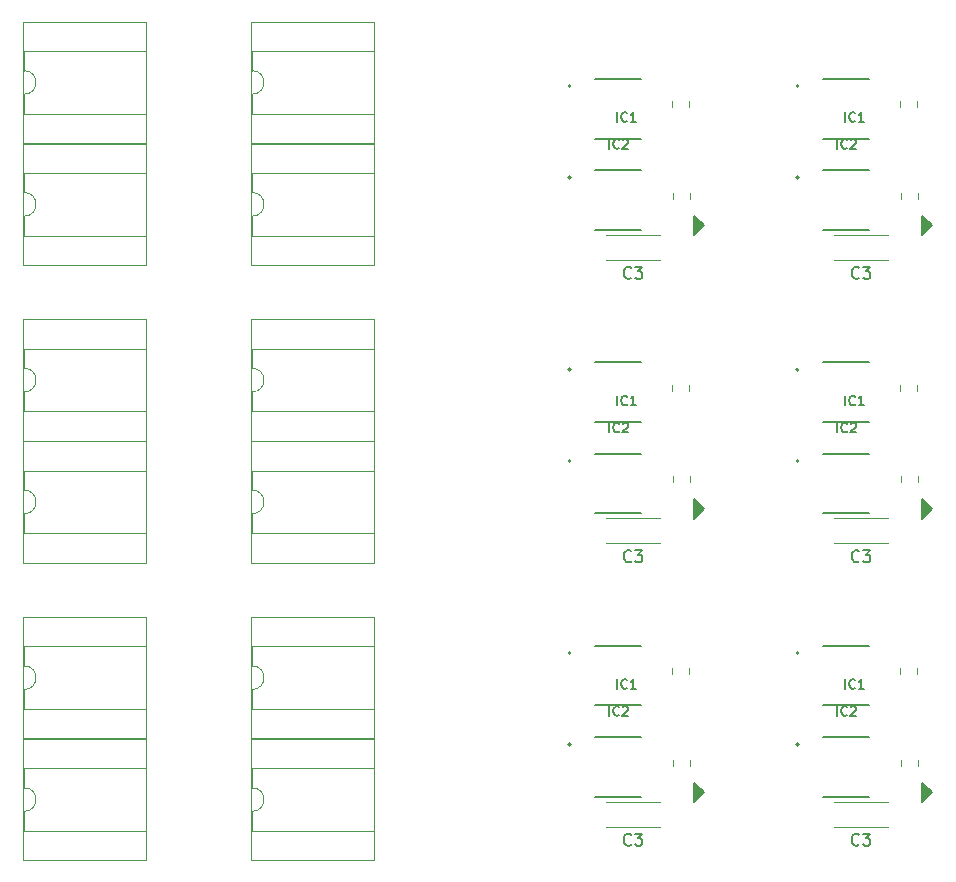
<source format=gbr>
%TF.GenerationSoftware,KiCad,Pcbnew,8.0.4*%
%TF.CreationDate,2024-09-16T10:23:00-03:00*%
%TF.ProjectId,drivers_panelized,64726976-6572-4735-9f70-616e656c697a,rev?*%
%TF.SameCoordinates,Original*%
%TF.FileFunction,Legend,Top*%
%TF.FilePolarity,Positive*%
%FSLAX46Y46*%
G04 Gerber Fmt 4.6, Leading zero omitted, Abs format (unit mm)*
G04 Created by KiCad (PCBNEW 8.0.4) date 2024-09-16 10:23:00*
%MOMM*%
%LPD*%
G01*
G04 APERTURE LIST*
%ADD10C,0.200000*%
%ADD11C,0.150000*%
%ADD12C,0.127000*%
%ADD13C,0.120000*%
G04 APERTURE END LIST*
D10*
X162225000Y-100116667D02*
X161400000Y-100941667D01*
X161400000Y-99291667D01*
X162225000Y-100116667D01*
G36*
X162225000Y-100116667D02*
G01*
X161400000Y-100941667D01*
X161400000Y-99291667D01*
X162225000Y-100116667D01*
G37*
X181525000Y-76116667D02*
X180700000Y-76941667D01*
X180700000Y-75291667D01*
X181525000Y-76116667D01*
G36*
X181525000Y-76116667D02*
G01*
X180700000Y-76941667D01*
X180700000Y-75291667D01*
X181525000Y-76116667D01*
G37*
X181525000Y-124116667D02*
X180700000Y-124941667D01*
X180700000Y-123291667D01*
X181525000Y-124116667D01*
G36*
X181525000Y-124116667D02*
G01*
X180700000Y-124941667D01*
X180700000Y-123291667D01*
X181525000Y-124116667D01*
G37*
X162225000Y-76116667D02*
X161400000Y-76941667D01*
X161400000Y-75291667D01*
X162225000Y-76116667D01*
G36*
X162225000Y-76116667D02*
G01*
X161400000Y-76941667D01*
X161400000Y-75291667D01*
X162225000Y-76116667D01*
G37*
X162225000Y-124116667D02*
X161400000Y-124941667D01*
X161400000Y-123291667D01*
X162225000Y-124116667D01*
G36*
X162225000Y-124116667D02*
G01*
X161400000Y-124941667D01*
X161400000Y-123291667D01*
X162225000Y-124116667D01*
G37*
X181525000Y-100116667D02*
X180700000Y-100941667D01*
X180700000Y-99291667D01*
X181525000Y-100116667D01*
G36*
X181525000Y-100116667D02*
G01*
X180700000Y-100941667D01*
X180700000Y-99291667D01*
X181525000Y-100116667D01*
G37*
D11*
X174171345Y-67323134D02*
X174171345Y-66535732D01*
X174996242Y-67248143D02*
X174958747Y-67285639D01*
X174958747Y-67285639D02*
X174846261Y-67323134D01*
X174846261Y-67323134D02*
X174771270Y-67323134D01*
X174771270Y-67323134D02*
X174658784Y-67285639D01*
X174658784Y-67285639D02*
X174583794Y-67210648D01*
X174583794Y-67210648D02*
X174546298Y-67135657D01*
X174546298Y-67135657D02*
X174508803Y-66985676D01*
X174508803Y-66985676D02*
X174508803Y-66873190D01*
X174508803Y-66873190D02*
X174546298Y-66723209D01*
X174546298Y-66723209D02*
X174583794Y-66648218D01*
X174583794Y-66648218D02*
X174658784Y-66573227D01*
X174658784Y-66573227D02*
X174771270Y-66535732D01*
X174771270Y-66535732D02*
X174846261Y-66535732D01*
X174846261Y-66535732D02*
X174958747Y-66573227D01*
X174958747Y-66573227D02*
X174996242Y-66610723D01*
X175746149Y-67323134D02*
X175296205Y-67323134D01*
X175521177Y-67323134D02*
X175521177Y-66535732D01*
X175521177Y-66535732D02*
X175446186Y-66648218D01*
X175446186Y-66648218D02*
X175371196Y-66723209D01*
X175371196Y-66723209D02*
X175296205Y-66760704D01*
X156033333Y-80526247D02*
X155985714Y-80573867D01*
X155985714Y-80573867D02*
X155842857Y-80621486D01*
X155842857Y-80621486D02*
X155747619Y-80621486D01*
X155747619Y-80621486D02*
X155604762Y-80573867D01*
X155604762Y-80573867D02*
X155509524Y-80478628D01*
X155509524Y-80478628D02*
X155461905Y-80383390D01*
X155461905Y-80383390D02*
X155414286Y-80192914D01*
X155414286Y-80192914D02*
X155414286Y-80050057D01*
X155414286Y-80050057D02*
X155461905Y-79859581D01*
X155461905Y-79859581D02*
X155509524Y-79764343D01*
X155509524Y-79764343D02*
X155604762Y-79669105D01*
X155604762Y-79669105D02*
X155747619Y-79621486D01*
X155747619Y-79621486D02*
X155842857Y-79621486D01*
X155842857Y-79621486D02*
X155985714Y-79669105D01*
X155985714Y-79669105D02*
X156033333Y-79716724D01*
X156366667Y-79621486D02*
X156985714Y-79621486D01*
X156985714Y-79621486D02*
X156652381Y-80002438D01*
X156652381Y-80002438D02*
X156795238Y-80002438D01*
X156795238Y-80002438D02*
X156890476Y-80050057D01*
X156890476Y-80050057D02*
X156938095Y-80097676D01*
X156938095Y-80097676D02*
X156985714Y-80192914D01*
X156985714Y-80192914D02*
X156985714Y-80431009D01*
X156985714Y-80431009D02*
X156938095Y-80526247D01*
X156938095Y-80526247D02*
X156890476Y-80573867D01*
X156890476Y-80573867D02*
X156795238Y-80621486D01*
X156795238Y-80621486D02*
X156509524Y-80621486D01*
X156509524Y-80621486D02*
X156414286Y-80573867D01*
X156414286Y-80573867D02*
X156366667Y-80526247D01*
X175333333Y-104526247D02*
X175285714Y-104573867D01*
X175285714Y-104573867D02*
X175142857Y-104621486D01*
X175142857Y-104621486D02*
X175047619Y-104621486D01*
X175047619Y-104621486D02*
X174904762Y-104573867D01*
X174904762Y-104573867D02*
X174809524Y-104478628D01*
X174809524Y-104478628D02*
X174761905Y-104383390D01*
X174761905Y-104383390D02*
X174714286Y-104192914D01*
X174714286Y-104192914D02*
X174714286Y-104050057D01*
X174714286Y-104050057D02*
X174761905Y-103859581D01*
X174761905Y-103859581D02*
X174809524Y-103764343D01*
X174809524Y-103764343D02*
X174904762Y-103669105D01*
X174904762Y-103669105D02*
X175047619Y-103621486D01*
X175047619Y-103621486D02*
X175142857Y-103621486D01*
X175142857Y-103621486D02*
X175285714Y-103669105D01*
X175285714Y-103669105D02*
X175333333Y-103716724D01*
X175666667Y-103621486D02*
X176285714Y-103621486D01*
X176285714Y-103621486D02*
X175952381Y-104002438D01*
X175952381Y-104002438D02*
X176095238Y-104002438D01*
X176095238Y-104002438D02*
X176190476Y-104050057D01*
X176190476Y-104050057D02*
X176238095Y-104097676D01*
X176238095Y-104097676D02*
X176285714Y-104192914D01*
X176285714Y-104192914D02*
X176285714Y-104431009D01*
X176285714Y-104431009D02*
X176238095Y-104526247D01*
X176238095Y-104526247D02*
X176190476Y-104573867D01*
X176190476Y-104573867D02*
X176095238Y-104621486D01*
X176095238Y-104621486D02*
X175809524Y-104621486D01*
X175809524Y-104621486D02*
X175714286Y-104573867D01*
X175714286Y-104573867D02*
X175666667Y-104526247D01*
X154871345Y-67323134D02*
X154871345Y-66535732D01*
X155696242Y-67248143D02*
X155658747Y-67285639D01*
X155658747Y-67285639D02*
X155546261Y-67323134D01*
X155546261Y-67323134D02*
X155471270Y-67323134D01*
X155471270Y-67323134D02*
X155358784Y-67285639D01*
X155358784Y-67285639D02*
X155283794Y-67210648D01*
X155283794Y-67210648D02*
X155246298Y-67135657D01*
X155246298Y-67135657D02*
X155208803Y-66985676D01*
X155208803Y-66985676D02*
X155208803Y-66873190D01*
X155208803Y-66873190D02*
X155246298Y-66723209D01*
X155246298Y-66723209D02*
X155283794Y-66648218D01*
X155283794Y-66648218D02*
X155358784Y-66573227D01*
X155358784Y-66573227D02*
X155471270Y-66535732D01*
X155471270Y-66535732D02*
X155546261Y-66535732D01*
X155546261Y-66535732D02*
X155658747Y-66573227D01*
X155658747Y-66573227D02*
X155696242Y-66610723D01*
X156446149Y-67323134D02*
X155996205Y-67323134D01*
X156221177Y-67323134D02*
X156221177Y-66535732D01*
X156221177Y-66535732D02*
X156146186Y-66648218D01*
X156146186Y-66648218D02*
X156071196Y-66723209D01*
X156071196Y-66723209D02*
X155996205Y-66760704D01*
X174171345Y-91323134D02*
X174171345Y-90535732D01*
X174996242Y-91248143D02*
X174958747Y-91285639D01*
X174958747Y-91285639D02*
X174846261Y-91323134D01*
X174846261Y-91323134D02*
X174771270Y-91323134D01*
X174771270Y-91323134D02*
X174658784Y-91285639D01*
X174658784Y-91285639D02*
X174583794Y-91210648D01*
X174583794Y-91210648D02*
X174546298Y-91135657D01*
X174546298Y-91135657D02*
X174508803Y-90985676D01*
X174508803Y-90985676D02*
X174508803Y-90873190D01*
X174508803Y-90873190D02*
X174546298Y-90723209D01*
X174546298Y-90723209D02*
X174583794Y-90648218D01*
X174583794Y-90648218D02*
X174658784Y-90573227D01*
X174658784Y-90573227D02*
X174771270Y-90535732D01*
X174771270Y-90535732D02*
X174846261Y-90535732D01*
X174846261Y-90535732D02*
X174958747Y-90573227D01*
X174958747Y-90573227D02*
X174996242Y-90610723D01*
X175746149Y-91323134D02*
X175296205Y-91323134D01*
X175521177Y-91323134D02*
X175521177Y-90535732D01*
X175521177Y-90535732D02*
X175446186Y-90648218D01*
X175446186Y-90648218D02*
X175371196Y-90723209D01*
X175371196Y-90723209D02*
X175296205Y-90760704D01*
X173501345Y-117613134D02*
X173501345Y-116825732D01*
X174326242Y-117538143D02*
X174288747Y-117575639D01*
X174288747Y-117575639D02*
X174176261Y-117613134D01*
X174176261Y-117613134D02*
X174101270Y-117613134D01*
X174101270Y-117613134D02*
X173988784Y-117575639D01*
X173988784Y-117575639D02*
X173913794Y-117500648D01*
X173913794Y-117500648D02*
X173876298Y-117425657D01*
X173876298Y-117425657D02*
X173838803Y-117275676D01*
X173838803Y-117275676D02*
X173838803Y-117163190D01*
X173838803Y-117163190D02*
X173876298Y-117013209D01*
X173876298Y-117013209D02*
X173913794Y-116938218D01*
X173913794Y-116938218D02*
X173988784Y-116863227D01*
X173988784Y-116863227D02*
X174101270Y-116825732D01*
X174101270Y-116825732D02*
X174176261Y-116825732D01*
X174176261Y-116825732D02*
X174288747Y-116863227D01*
X174288747Y-116863227D02*
X174326242Y-116900723D01*
X174626205Y-116900723D02*
X174663700Y-116863227D01*
X174663700Y-116863227D02*
X174738691Y-116825732D01*
X174738691Y-116825732D02*
X174926168Y-116825732D01*
X174926168Y-116825732D02*
X175001158Y-116863227D01*
X175001158Y-116863227D02*
X175038654Y-116900723D01*
X175038654Y-116900723D02*
X175076149Y-116975713D01*
X175076149Y-116975713D02*
X175076149Y-117050704D01*
X175076149Y-117050704D02*
X175038654Y-117163190D01*
X175038654Y-117163190D02*
X174588710Y-117613134D01*
X174588710Y-117613134D02*
X175076149Y-117613134D01*
X175333333Y-80526247D02*
X175285714Y-80573867D01*
X175285714Y-80573867D02*
X175142857Y-80621486D01*
X175142857Y-80621486D02*
X175047619Y-80621486D01*
X175047619Y-80621486D02*
X174904762Y-80573867D01*
X174904762Y-80573867D02*
X174809524Y-80478628D01*
X174809524Y-80478628D02*
X174761905Y-80383390D01*
X174761905Y-80383390D02*
X174714286Y-80192914D01*
X174714286Y-80192914D02*
X174714286Y-80050057D01*
X174714286Y-80050057D02*
X174761905Y-79859581D01*
X174761905Y-79859581D02*
X174809524Y-79764343D01*
X174809524Y-79764343D02*
X174904762Y-79669105D01*
X174904762Y-79669105D02*
X175047619Y-79621486D01*
X175047619Y-79621486D02*
X175142857Y-79621486D01*
X175142857Y-79621486D02*
X175285714Y-79669105D01*
X175285714Y-79669105D02*
X175333333Y-79716724D01*
X175666667Y-79621486D02*
X176285714Y-79621486D01*
X176285714Y-79621486D02*
X175952381Y-80002438D01*
X175952381Y-80002438D02*
X176095238Y-80002438D01*
X176095238Y-80002438D02*
X176190476Y-80050057D01*
X176190476Y-80050057D02*
X176238095Y-80097676D01*
X176238095Y-80097676D02*
X176285714Y-80192914D01*
X176285714Y-80192914D02*
X176285714Y-80431009D01*
X176285714Y-80431009D02*
X176238095Y-80526247D01*
X176238095Y-80526247D02*
X176190476Y-80573867D01*
X176190476Y-80573867D02*
X176095238Y-80621486D01*
X176095238Y-80621486D02*
X175809524Y-80621486D01*
X175809524Y-80621486D02*
X175714286Y-80573867D01*
X175714286Y-80573867D02*
X175666667Y-80526247D01*
X156033333Y-128526247D02*
X155985714Y-128573867D01*
X155985714Y-128573867D02*
X155842857Y-128621486D01*
X155842857Y-128621486D02*
X155747619Y-128621486D01*
X155747619Y-128621486D02*
X155604762Y-128573867D01*
X155604762Y-128573867D02*
X155509524Y-128478628D01*
X155509524Y-128478628D02*
X155461905Y-128383390D01*
X155461905Y-128383390D02*
X155414286Y-128192914D01*
X155414286Y-128192914D02*
X155414286Y-128050057D01*
X155414286Y-128050057D02*
X155461905Y-127859581D01*
X155461905Y-127859581D02*
X155509524Y-127764343D01*
X155509524Y-127764343D02*
X155604762Y-127669105D01*
X155604762Y-127669105D02*
X155747619Y-127621486D01*
X155747619Y-127621486D02*
X155842857Y-127621486D01*
X155842857Y-127621486D02*
X155985714Y-127669105D01*
X155985714Y-127669105D02*
X156033333Y-127716724D01*
X156366667Y-127621486D02*
X156985714Y-127621486D01*
X156985714Y-127621486D02*
X156652381Y-128002438D01*
X156652381Y-128002438D02*
X156795238Y-128002438D01*
X156795238Y-128002438D02*
X156890476Y-128050057D01*
X156890476Y-128050057D02*
X156938095Y-128097676D01*
X156938095Y-128097676D02*
X156985714Y-128192914D01*
X156985714Y-128192914D02*
X156985714Y-128431009D01*
X156985714Y-128431009D02*
X156938095Y-128526247D01*
X156938095Y-128526247D02*
X156890476Y-128573867D01*
X156890476Y-128573867D02*
X156795238Y-128621486D01*
X156795238Y-128621486D02*
X156509524Y-128621486D01*
X156509524Y-128621486D02*
X156414286Y-128573867D01*
X156414286Y-128573867D02*
X156366667Y-128526247D01*
X154201345Y-93613134D02*
X154201345Y-92825732D01*
X155026242Y-93538143D02*
X154988747Y-93575639D01*
X154988747Y-93575639D02*
X154876261Y-93613134D01*
X154876261Y-93613134D02*
X154801270Y-93613134D01*
X154801270Y-93613134D02*
X154688784Y-93575639D01*
X154688784Y-93575639D02*
X154613794Y-93500648D01*
X154613794Y-93500648D02*
X154576298Y-93425657D01*
X154576298Y-93425657D02*
X154538803Y-93275676D01*
X154538803Y-93275676D02*
X154538803Y-93163190D01*
X154538803Y-93163190D02*
X154576298Y-93013209D01*
X154576298Y-93013209D02*
X154613794Y-92938218D01*
X154613794Y-92938218D02*
X154688784Y-92863227D01*
X154688784Y-92863227D02*
X154801270Y-92825732D01*
X154801270Y-92825732D02*
X154876261Y-92825732D01*
X154876261Y-92825732D02*
X154988747Y-92863227D01*
X154988747Y-92863227D02*
X155026242Y-92900723D01*
X155326205Y-92900723D02*
X155363700Y-92863227D01*
X155363700Y-92863227D02*
X155438691Y-92825732D01*
X155438691Y-92825732D02*
X155626168Y-92825732D01*
X155626168Y-92825732D02*
X155701158Y-92863227D01*
X155701158Y-92863227D02*
X155738654Y-92900723D01*
X155738654Y-92900723D02*
X155776149Y-92975713D01*
X155776149Y-92975713D02*
X155776149Y-93050704D01*
X155776149Y-93050704D02*
X155738654Y-93163190D01*
X155738654Y-93163190D02*
X155288710Y-93613134D01*
X155288710Y-93613134D02*
X155776149Y-93613134D01*
X173501345Y-93613134D02*
X173501345Y-92825732D01*
X174326242Y-93538143D02*
X174288747Y-93575639D01*
X174288747Y-93575639D02*
X174176261Y-93613134D01*
X174176261Y-93613134D02*
X174101270Y-93613134D01*
X174101270Y-93613134D02*
X173988784Y-93575639D01*
X173988784Y-93575639D02*
X173913794Y-93500648D01*
X173913794Y-93500648D02*
X173876298Y-93425657D01*
X173876298Y-93425657D02*
X173838803Y-93275676D01*
X173838803Y-93275676D02*
X173838803Y-93163190D01*
X173838803Y-93163190D02*
X173876298Y-93013209D01*
X173876298Y-93013209D02*
X173913794Y-92938218D01*
X173913794Y-92938218D02*
X173988784Y-92863227D01*
X173988784Y-92863227D02*
X174101270Y-92825732D01*
X174101270Y-92825732D02*
X174176261Y-92825732D01*
X174176261Y-92825732D02*
X174288747Y-92863227D01*
X174288747Y-92863227D02*
X174326242Y-92900723D01*
X174626205Y-92900723D02*
X174663700Y-92863227D01*
X174663700Y-92863227D02*
X174738691Y-92825732D01*
X174738691Y-92825732D02*
X174926168Y-92825732D01*
X174926168Y-92825732D02*
X175001158Y-92863227D01*
X175001158Y-92863227D02*
X175038654Y-92900723D01*
X175038654Y-92900723D02*
X175076149Y-92975713D01*
X175076149Y-92975713D02*
X175076149Y-93050704D01*
X175076149Y-93050704D02*
X175038654Y-93163190D01*
X175038654Y-93163190D02*
X174588710Y-93613134D01*
X174588710Y-93613134D02*
X175076149Y-93613134D01*
X175333333Y-128526247D02*
X175285714Y-128573867D01*
X175285714Y-128573867D02*
X175142857Y-128621486D01*
X175142857Y-128621486D02*
X175047619Y-128621486D01*
X175047619Y-128621486D02*
X174904762Y-128573867D01*
X174904762Y-128573867D02*
X174809524Y-128478628D01*
X174809524Y-128478628D02*
X174761905Y-128383390D01*
X174761905Y-128383390D02*
X174714286Y-128192914D01*
X174714286Y-128192914D02*
X174714286Y-128050057D01*
X174714286Y-128050057D02*
X174761905Y-127859581D01*
X174761905Y-127859581D02*
X174809524Y-127764343D01*
X174809524Y-127764343D02*
X174904762Y-127669105D01*
X174904762Y-127669105D02*
X175047619Y-127621486D01*
X175047619Y-127621486D02*
X175142857Y-127621486D01*
X175142857Y-127621486D02*
X175285714Y-127669105D01*
X175285714Y-127669105D02*
X175333333Y-127716724D01*
X175666667Y-127621486D02*
X176285714Y-127621486D01*
X176285714Y-127621486D02*
X175952381Y-128002438D01*
X175952381Y-128002438D02*
X176095238Y-128002438D01*
X176095238Y-128002438D02*
X176190476Y-128050057D01*
X176190476Y-128050057D02*
X176238095Y-128097676D01*
X176238095Y-128097676D02*
X176285714Y-128192914D01*
X176285714Y-128192914D02*
X176285714Y-128431009D01*
X176285714Y-128431009D02*
X176238095Y-128526247D01*
X176238095Y-128526247D02*
X176190476Y-128573867D01*
X176190476Y-128573867D02*
X176095238Y-128621486D01*
X176095238Y-128621486D02*
X175809524Y-128621486D01*
X175809524Y-128621486D02*
X175714286Y-128573867D01*
X175714286Y-128573867D02*
X175666667Y-128526247D01*
X173501345Y-69613134D02*
X173501345Y-68825732D01*
X174326242Y-69538143D02*
X174288747Y-69575639D01*
X174288747Y-69575639D02*
X174176261Y-69613134D01*
X174176261Y-69613134D02*
X174101270Y-69613134D01*
X174101270Y-69613134D02*
X173988784Y-69575639D01*
X173988784Y-69575639D02*
X173913794Y-69500648D01*
X173913794Y-69500648D02*
X173876298Y-69425657D01*
X173876298Y-69425657D02*
X173838803Y-69275676D01*
X173838803Y-69275676D02*
X173838803Y-69163190D01*
X173838803Y-69163190D02*
X173876298Y-69013209D01*
X173876298Y-69013209D02*
X173913794Y-68938218D01*
X173913794Y-68938218D02*
X173988784Y-68863227D01*
X173988784Y-68863227D02*
X174101270Y-68825732D01*
X174101270Y-68825732D02*
X174176261Y-68825732D01*
X174176261Y-68825732D02*
X174288747Y-68863227D01*
X174288747Y-68863227D02*
X174326242Y-68900723D01*
X174626205Y-68900723D02*
X174663700Y-68863227D01*
X174663700Y-68863227D02*
X174738691Y-68825732D01*
X174738691Y-68825732D02*
X174926168Y-68825732D01*
X174926168Y-68825732D02*
X175001158Y-68863227D01*
X175001158Y-68863227D02*
X175038654Y-68900723D01*
X175038654Y-68900723D02*
X175076149Y-68975713D01*
X175076149Y-68975713D02*
X175076149Y-69050704D01*
X175076149Y-69050704D02*
X175038654Y-69163190D01*
X175038654Y-69163190D02*
X174588710Y-69613134D01*
X174588710Y-69613134D02*
X175076149Y-69613134D01*
X174171345Y-115323134D02*
X174171345Y-114535732D01*
X174996242Y-115248143D02*
X174958747Y-115285639D01*
X174958747Y-115285639D02*
X174846261Y-115323134D01*
X174846261Y-115323134D02*
X174771270Y-115323134D01*
X174771270Y-115323134D02*
X174658784Y-115285639D01*
X174658784Y-115285639D02*
X174583794Y-115210648D01*
X174583794Y-115210648D02*
X174546298Y-115135657D01*
X174546298Y-115135657D02*
X174508803Y-114985676D01*
X174508803Y-114985676D02*
X174508803Y-114873190D01*
X174508803Y-114873190D02*
X174546298Y-114723209D01*
X174546298Y-114723209D02*
X174583794Y-114648218D01*
X174583794Y-114648218D02*
X174658784Y-114573227D01*
X174658784Y-114573227D02*
X174771270Y-114535732D01*
X174771270Y-114535732D02*
X174846261Y-114535732D01*
X174846261Y-114535732D02*
X174958747Y-114573227D01*
X174958747Y-114573227D02*
X174996242Y-114610723D01*
X175746149Y-115323134D02*
X175296205Y-115323134D01*
X175521177Y-115323134D02*
X175521177Y-114535732D01*
X175521177Y-114535732D02*
X175446186Y-114648218D01*
X175446186Y-114648218D02*
X175371196Y-114723209D01*
X175371196Y-114723209D02*
X175296205Y-114760704D01*
X154201345Y-117613134D02*
X154201345Y-116825732D01*
X155026242Y-117538143D02*
X154988747Y-117575639D01*
X154988747Y-117575639D02*
X154876261Y-117613134D01*
X154876261Y-117613134D02*
X154801270Y-117613134D01*
X154801270Y-117613134D02*
X154688784Y-117575639D01*
X154688784Y-117575639D02*
X154613794Y-117500648D01*
X154613794Y-117500648D02*
X154576298Y-117425657D01*
X154576298Y-117425657D02*
X154538803Y-117275676D01*
X154538803Y-117275676D02*
X154538803Y-117163190D01*
X154538803Y-117163190D02*
X154576298Y-117013209D01*
X154576298Y-117013209D02*
X154613794Y-116938218D01*
X154613794Y-116938218D02*
X154688784Y-116863227D01*
X154688784Y-116863227D02*
X154801270Y-116825732D01*
X154801270Y-116825732D02*
X154876261Y-116825732D01*
X154876261Y-116825732D02*
X154988747Y-116863227D01*
X154988747Y-116863227D02*
X155026242Y-116900723D01*
X155326205Y-116900723D02*
X155363700Y-116863227D01*
X155363700Y-116863227D02*
X155438691Y-116825732D01*
X155438691Y-116825732D02*
X155626168Y-116825732D01*
X155626168Y-116825732D02*
X155701158Y-116863227D01*
X155701158Y-116863227D02*
X155738654Y-116900723D01*
X155738654Y-116900723D02*
X155776149Y-116975713D01*
X155776149Y-116975713D02*
X155776149Y-117050704D01*
X155776149Y-117050704D02*
X155738654Y-117163190D01*
X155738654Y-117163190D02*
X155288710Y-117613134D01*
X155288710Y-117613134D02*
X155776149Y-117613134D01*
X156033333Y-104526247D02*
X155985714Y-104573867D01*
X155985714Y-104573867D02*
X155842857Y-104621486D01*
X155842857Y-104621486D02*
X155747619Y-104621486D01*
X155747619Y-104621486D02*
X155604762Y-104573867D01*
X155604762Y-104573867D02*
X155509524Y-104478628D01*
X155509524Y-104478628D02*
X155461905Y-104383390D01*
X155461905Y-104383390D02*
X155414286Y-104192914D01*
X155414286Y-104192914D02*
X155414286Y-104050057D01*
X155414286Y-104050057D02*
X155461905Y-103859581D01*
X155461905Y-103859581D02*
X155509524Y-103764343D01*
X155509524Y-103764343D02*
X155604762Y-103669105D01*
X155604762Y-103669105D02*
X155747619Y-103621486D01*
X155747619Y-103621486D02*
X155842857Y-103621486D01*
X155842857Y-103621486D02*
X155985714Y-103669105D01*
X155985714Y-103669105D02*
X156033333Y-103716724D01*
X156366667Y-103621486D02*
X156985714Y-103621486D01*
X156985714Y-103621486D02*
X156652381Y-104002438D01*
X156652381Y-104002438D02*
X156795238Y-104002438D01*
X156795238Y-104002438D02*
X156890476Y-104050057D01*
X156890476Y-104050057D02*
X156938095Y-104097676D01*
X156938095Y-104097676D02*
X156985714Y-104192914D01*
X156985714Y-104192914D02*
X156985714Y-104431009D01*
X156985714Y-104431009D02*
X156938095Y-104526247D01*
X156938095Y-104526247D02*
X156890476Y-104573867D01*
X156890476Y-104573867D02*
X156795238Y-104621486D01*
X156795238Y-104621486D02*
X156509524Y-104621486D01*
X156509524Y-104621486D02*
X156414286Y-104573867D01*
X156414286Y-104573867D02*
X156366667Y-104526247D01*
X154871345Y-91323134D02*
X154871345Y-90535732D01*
X155696242Y-91248143D02*
X155658747Y-91285639D01*
X155658747Y-91285639D02*
X155546261Y-91323134D01*
X155546261Y-91323134D02*
X155471270Y-91323134D01*
X155471270Y-91323134D02*
X155358784Y-91285639D01*
X155358784Y-91285639D02*
X155283794Y-91210648D01*
X155283794Y-91210648D02*
X155246298Y-91135657D01*
X155246298Y-91135657D02*
X155208803Y-90985676D01*
X155208803Y-90985676D02*
X155208803Y-90873190D01*
X155208803Y-90873190D02*
X155246298Y-90723209D01*
X155246298Y-90723209D02*
X155283794Y-90648218D01*
X155283794Y-90648218D02*
X155358784Y-90573227D01*
X155358784Y-90573227D02*
X155471270Y-90535732D01*
X155471270Y-90535732D02*
X155546261Y-90535732D01*
X155546261Y-90535732D02*
X155658747Y-90573227D01*
X155658747Y-90573227D02*
X155696242Y-90610723D01*
X156446149Y-91323134D02*
X155996205Y-91323134D01*
X156221177Y-91323134D02*
X156221177Y-90535732D01*
X156221177Y-90535732D02*
X156146186Y-90648218D01*
X156146186Y-90648218D02*
X156071196Y-90723209D01*
X156071196Y-90723209D02*
X155996205Y-90760704D01*
X154871345Y-115323134D02*
X154871345Y-114535732D01*
X155696242Y-115248143D02*
X155658747Y-115285639D01*
X155658747Y-115285639D02*
X155546261Y-115323134D01*
X155546261Y-115323134D02*
X155471270Y-115323134D01*
X155471270Y-115323134D02*
X155358784Y-115285639D01*
X155358784Y-115285639D02*
X155283794Y-115210648D01*
X155283794Y-115210648D02*
X155246298Y-115135657D01*
X155246298Y-115135657D02*
X155208803Y-114985676D01*
X155208803Y-114985676D02*
X155208803Y-114873190D01*
X155208803Y-114873190D02*
X155246298Y-114723209D01*
X155246298Y-114723209D02*
X155283794Y-114648218D01*
X155283794Y-114648218D02*
X155358784Y-114573227D01*
X155358784Y-114573227D02*
X155471270Y-114535732D01*
X155471270Y-114535732D02*
X155546261Y-114535732D01*
X155546261Y-114535732D02*
X155658747Y-114573227D01*
X155658747Y-114573227D02*
X155696242Y-114610723D01*
X156446149Y-115323134D02*
X155996205Y-115323134D01*
X156221177Y-115323134D02*
X156221177Y-114535732D01*
X156221177Y-114535732D02*
X156146186Y-114648218D01*
X156146186Y-114648218D02*
X156071196Y-114723209D01*
X156071196Y-114723209D02*
X155996205Y-114760704D01*
X154201345Y-69613134D02*
X154201345Y-68825732D01*
X155026242Y-69538143D02*
X154988747Y-69575639D01*
X154988747Y-69575639D02*
X154876261Y-69613134D01*
X154876261Y-69613134D02*
X154801270Y-69613134D01*
X154801270Y-69613134D02*
X154688784Y-69575639D01*
X154688784Y-69575639D02*
X154613794Y-69500648D01*
X154613794Y-69500648D02*
X154576298Y-69425657D01*
X154576298Y-69425657D02*
X154538803Y-69275676D01*
X154538803Y-69275676D02*
X154538803Y-69163190D01*
X154538803Y-69163190D02*
X154576298Y-69013209D01*
X154576298Y-69013209D02*
X154613794Y-68938218D01*
X154613794Y-68938218D02*
X154688784Y-68863227D01*
X154688784Y-68863227D02*
X154801270Y-68825732D01*
X154801270Y-68825732D02*
X154876261Y-68825732D01*
X154876261Y-68825732D02*
X154988747Y-68863227D01*
X154988747Y-68863227D02*
X155026242Y-68900723D01*
X155326205Y-68900723D02*
X155363700Y-68863227D01*
X155363700Y-68863227D02*
X155438691Y-68825732D01*
X155438691Y-68825732D02*
X155626168Y-68825732D01*
X155626168Y-68825732D02*
X155701158Y-68863227D01*
X155701158Y-68863227D02*
X155738654Y-68900723D01*
X155738654Y-68900723D02*
X155776149Y-68975713D01*
X155776149Y-68975713D02*
X155776149Y-69050704D01*
X155776149Y-69050704D02*
X155738654Y-69163190D01*
X155738654Y-69163190D02*
X155288710Y-69613134D01*
X155288710Y-69613134D02*
X155776149Y-69613134D01*
D12*
%TO.C,IC1*%
X172270000Y-71446667D02*
X176170000Y-71446667D01*
X172270000Y-76496667D02*
X176170000Y-76496667D01*
D10*
X170220000Y-72066667D02*
G75*
G02*
X170020000Y-72066667I-100000J0D01*
G01*
X170020000Y-72066667D02*
G75*
G02*
X170220000Y-72066667I100000J0D01*
G01*
D13*
%TO.C,C3*%
X153930000Y-76911667D02*
X153930000Y-76896667D01*
X153930000Y-79036667D02*
X153930000Y-79021667D01*
X158470000Y-76896667D02*
X153930000Y-76896667D01*
X158470000Y-76911667D02*
X158470000Y-76896667D01*
X158470000Y-79036667D02*
X153930000Y-79036667D01*
X158470000Y-79036667D02*
X158470000Y-79021667D01*
X173230000Y-100911667D02*
X173230000Y-100896667D01*
X173230000Y-103036667D02*
X173230000Y-103021667D01*
X177770000Y-100896667D02*
X173230000Y-100896667D01*
X177770000Y-100911667D02*
X177770000Y-100896667D01*
X177770000Y-103036667D02*
X173230000Y-103036667D01*
X177770000Y-103036667D02*
X177770000Y-103021667D01*
D12*
%TO.C,IC1*%
X152970000Y-71446667D02*
X156870000Y-71446667D01*
X152970000Y-76496667D02*
X156870000Y-76496667D01*
D10*
X150920000Y-72066667D02*
G75*
G02*
X150720000Y-72066667I-100000J0D01*
G01*
X150720000Y-72066667D02*
G75*
G02*
X150920000Y-72066667I100000J0D01*
G01*
D13*
%TO.C,C2*%
X178765000Y-66127919D02*
X178765000Y-65605415D01*
X180235000Y-66127919D02*
X180235000Y-65605415D01*
%TO.C,U1*%
X104590000Y-69186667D02*
X104590000Y-79466667D01*
X104590000Y-79466667D02*
X114990000Y-79466667D01*
X104650000Y-71676667D02*
X104650000Y-73326667D01*
X104650000Y-75326667D02*
X104650000Y-76976667D01*
X104650000Y-76976667D02*
X114930000Y-76976667D01*
X114930000Y-71676667D02*
X104650000Y-71676667D01*
X114930000Y-76976667D02*
X114930000Y-71676667D01*
X114990000Y-69186667D02*
X104590000Y-69186667D01*
X114990000Y-79466667D02*
X114990000Y-69186667D01*
X104650000Y-73326667D02*
G75*
G02*
X104650000Y-75326667I0J-1000000D01*
G01*
D12*
%TO.C,IC1*%
X172270000Y-95446667D02*
X176170000Y-95446667D01*
X172270000Y-100496667D02*
X176170000Y-100496667D01*
D10*
X170220000Y-96066667D02*
G75*
G02*
X170020000Y-96066667I-100000J0D01*
G01*
X170020000Y-96066667D02*
G75*
G02*
X170220000Y-96066667I100000J0D01*
G01*
D13*
%TO.C,C2*%
X178765000Y-114127919D02*
X178765000Y-113605415D01*
X180235000Y-114127919D02*
X180235000Y-113605415D01*
D12*
%TO.C,IC2*%
X172270000Y-111706667D02*
X176170000Y-111706667D01*
X172270000Y-116756667D02*
X176170000Y-116756667D01*
D10*
X170220000Y-112326667D02*
G75*
G02*
X170020000Y-112326667I-100000J0D01*
G01*
X170020000Y-112326667D02*
G75*
G02*
X170220000Y-112326667I100000J0D01*
G01*
D13*
%TO.C,C2*%
X178765000Y-90127919D02*
X178765000Y-89605415D01*
X180235000Y-90127919D02*
X180235000Y-89605415D01*
%TO.C,U1*%
X123890000Y-119586667D02*
X123890000Y-129866667D01*
X123890000Y-129866667D02*
X134290000Y-129866667D01*
X123950000Y-122076667D02*
X123950000Y-123726667D01*
X123950000Y-125726667D02*
X123950000Y-127376667D01*
X123950000Y-127376667D02*
X134230000Y-127376667D01*
X134230000Y-122076667D02*
X123950000Y-122076667D01*
X134230000Y-127376667D02*
X134230000Y-122076667D01*
X134290000Y-119586667D02*
X123890000Y-119586667D01*
X134290000Y-129866667D02*
X134290000Y-119586667D01*
X123950000Y-123726667D02*
G75*
G02*
X123950000Y-125726667I0J-1000000D01*
G01*
X104590000Y-94386667D02*
X104590000Y-104666667D01*
X104590000Y-104666667D02*
X114990000Y-104666667D01*
X104650000Y-96876667D02*
X104650000Y-98526667D01*
X104650000Y-100526667D02*
X104650000Y-102176667D01*
X104650000Y-102176667D02*
X114930000Y-102176667D01*
X114930000Y-96876667D02*
X104650000Y-96876667D01*
X114930000Y-102176667D02*
X114930000Y-96876667D01*
X114990000Y-94386667D02*
X104590000Y-94386667D01*
X114990000Y-104666667D02*
X114990000Y-94386667D01*
X104650000Y-98526667D02*
G75*
G02*
X104650000Y-100526667I0J-1000000D01*
G01*
X123890000Y-94386667D02*
X123890000Y-104666667D01*
X123890000Y-104666667D02*
X134290000Y-104666667D01*
X123950000Y-96876667D02*
X123950000Y-98526667D01*
X123950000Y-100526667D02*
X123950000Y-102176667D01*
X123950000Y-102176667D02*
X134230000Y-102176667D01*
X134230000Y-96876667D02*
X123950000Y-96876667D01*
X134230000Y-102176667D02*
X134230000Y-96876667D01*
X134290000Y-94386667D02*
X123890000Y-94386667D01*
X134290000Y-104666667D02*
X134290000Y-94386667D01*
X123950000Y-98526667D02*
G75*
G02*
X123950000Y-100526667I0J-1000000D01*
G01*
%TO.C,C1*%
X159565000Y-97877919D02*
X159565000Y-97355415D01*
X161035000Y-97877919D02*
X161035000Y-97355415D01*
%TO.C,C3*%
X173230000Y-76911667D02*
X173230000Y-76896667D01*
X173230000Y-79036667D02*
X173230000Y-79021667D01*
X177770000Y-76896667D02*
X173230000Y-76896667D01*
X177770000Y-76911667D02*
X177770000Y-76896667D01*
X177770000Y-79036667D02*
X173230000Y-79036667D01*
X177770000Y-79036667D02*
X177770000Y-79021667D01*
X153930000Y-124911667D02*
X153930000Y-124896667D01*
X153930000Y-127036667D02*
X153930000Y-127021667D01*
X158470000Y-124896667D02*
X153930000Y-124896667D01*
X158470000Y-124911667D02*
X158470000Y-124896667D01*
X158470000Y-127036667D02*
X153930000Y-127036667D01*
X158470000Y-127036667D02*
X158470000Y-127021667D01*
%TO.C,C1*%
X159565000Y-121877919D02*
X159565000Y-121355415D01*
X161035000Y-121877919D02*
X161035000Y-121355415D01*
%TO.C,U1*%
X104590000Y-119586667D02*
X104590000Y-129866667D01*
X104590000Y-129866667D02*
X114990000Y-129866667D01*
X104650000Y-122076667D02*
X104650000Y-123726667D01*
X104650000Y-125726667D02*
X104650000Y-127376667D01*
X104650000Y-127376667D02*
X114930000Y-127376667D01*
X114930000Y-122076667D02*
X104650000Y-122076667D01*
X114930000Y-127376667D02*
X114930000Y-122076667D01*
X114990000Y-119586667D02*
X104590000Y-119586667D01*
X114990000Y-129866667D02*
X114990000Y-119586667D01*
X104650000Y-123726667D02*
G75*
G02*
X104650000Y-125726667I0J-1000000D01*
G01*
%TO.C,C1*%
X178865000Y-121877919D02*
X178865000Y-121355415D01*
X180335000Y-121877919D02*
X180335000Y-121355415D01*
%TO.C,U2*%
X123890000Y-84066667D02*
X123890000Y-94346667D01*
X123890000Y-94346667D02*
X134290000Y-94346667D01*
X123950000Y-86556667D02*
X123950000Y-88206667D01*
X123950000Y-90206667D02*
X123950000Y-91856667D01*
X123950000Y-91856667D02*
X134230000Y-91856667D01*
X134230000Y-86556667D02*
X123950000Y-86556667D01*
X134230000Y-91856667D02*
X134230000Y-86556667D01*
X134290000Y-84066667D02*
X123890000Y-84066667D01*
X134290000Y-94346667D02*
X134290000Y-84066667D01*
X123950000Y-88206667D02*
G75*
G02*
X123950000Y-90206667I0J-1000000D01*
G01*
X123890000Y-58866667D02*
X123890000Y-69146667D01*
X123890000Y-69146667D02*
X134290000Y-69146667D01*
X123950000Y-61356667D02*
X123950000Y-63006667D01*
X123950000Y-65006667D02*
X123950000Y-66656667D01*
X123950000Y-66656667D02*
X134230000Y-66656667D01*
X134230000Y-61356667D02*
X123950000Y-61356667D01*
X134230000Y-66656667D02*
X134230000Y-61356667D01*
X134290000Y-58866667D02*
X123890000Y-58866667D01*
X134290000Y-69146667D02*
X134290000Y-58866667D01*
X123950000Y-63006667D02*
G75*
G02*
X123950000Y-65006667I0J-1000000D01*
G01*
%TO.C,C2*%
X159465000Y-90127919D02*
X159465000Y-89605415D01*
X160935000Y-90127919D02*
X160935000Y-89605415D01*
X159465000Y-66127919D02*
X159465000Y-65605415D01*
X160935000Y-66127919D02*
X160935000Y-65605415D01*
%TO.C,C1*%
X178865000Y-73877919D02*
X178865000Y-73355415D01*
X180335000Y-73877919D02*
X180335000Y-73355415D01*
D12*
%TO.C,IC2*%
X152970000Y-87706667D02*
X156870000Y-87706667D01*
X152970000Y-92756667D02*
X156870000Y-92756667D01*
D10*
X150920000Y-88326667D02*
G75*
G02*
X150720000Y-88326667I-100000J0D01*
G01*
X150720000Y-88326667D02*
G75*
G02*
X150920000Y-88326667I100000J0D01*
G01*
D13*
%TO.C,C1*%
X178865000Y-97877919D02*
X178865000Y-97355415D01*
X180335000Y-97877919D02*
X180335000Y-97355415D01*
%TO.C,C2*%
X159465000Y-114127919D02*
X159465000Y-113605415D01*
X160935000Y-114127919D02*
X160935000Y-113605415D01*
D12*
%TO.C,IC2*%
X172270000Y-87706667D02*
X176170000Y-87706667D01*
X172270000Y-92756667D02*
X176170000Y-92756667D01*
D10*
X170220000Y-88326667D02*
G75*
G02*
X170020000Y-88326667I-100000J0D01*
G01*
X170020000Y-88326667D02*
G75*
G02*
X170220000Y-88326667I100000J0D01*
G01*
D13*
%TO.C,C3*%
X173230000Y-124911667D02*
X173230000Y-124896667D01*
X173230000Y-127036667D02*
X173230000Y-127021667D01*
X177770000Y-124896667D02*
X173230000Y-124896667D01*
X177770000Y-124911667D02*
X177770000Y-124896667D01*
X177770000Y-127036667D02*
X173230000Y-127036667D01*
X177770000Y-127036667D02*
X177770000Y-127021667D01*
D12*
%TO.C,IC2*%
X172270000Y-63706667D02*
X176170000Y-63706667D01*
X172270000Y-68756667D02*
X176170000Y-68756667D01*
D10*
X170220000Y-64326667D02*
G75*
G02*
X170020000Y-64326667I-100000J0D01*
G01*
X170020000Y-64326667D02*
G75*
G02*
X170220000Y-64326667I100000J0D01*
G01*
D12*
%TO.C,IC1*%
X172270000Y-119446667D02*
X176170000Y-119446667D01*
X172270000Y-124496667D02*
X176170000Y-124496667D01*
D10*
X170220000Y-120066667D02*
G75*
G02*
X170020000Y-120066667I-100000J0D01*
G01*
X170020000Y-120066667D02*
G75*
G02*
X170220000Y-120066667I100000J0D01*
G01*
D13*
%TO.C,U2*%
X123890000Y-109266667D02*
X123890000Y-119546667D01*
X123890000Y-119546667D02*
X134290000Y-119546667D01*
X123950000Y-111756667D02*
X123950000Y-113406667D01*
X123950000Y-115406667D02*
X123950000Y-117056667D01*
X123950000Y-117056667D02*
X134230000Y-117056667D01*
X134230000Y-111756667D02*
X123950000Y-111756667D01*
X134230000Y-117056667D02*
X134230000Y-111756667D01*
X134290000Y-109266667D02*
X123890000Y-109266667D01*
X134290000Y-119546667D02*
X134290000Y-109266667D01*
X123950000Y-113406667D02*
G75*
G02*
X123950000Y-115406667I0J-1000000D01*
G01*
X104590000Y-84066667D02*
X104590000Y-94346667D01*
X104590000Y-94346667D02*
X114990000Y-94346667D01*
X104650000Y-86556667D02*
X104650000Y-88206667D01*
X104650000Y-90206667D02*
X104650000Y-91856667D01*
X104650000Y-91856667D02*
X114930000Y-91856667D01*
X114930000Y-86556667D02*
X104650000Y-86556667D01*
X114930000Y-91856667D02*
X114930000Y-86556667D01*
X114990000Y-84066667D02*
X104590000Y-84066667D01*
X114990000Y-94346667D02*
X114990000Y-84066667D01*
X104650000Y-88206667D02*
G75*
G02*
X104650000Y-90206667I0J-1000000D01*
G01*
D12*
%TO.C,IC2*%
X152970000Y-111706667D02*
X156870000Y-111706667D01*
X152970000Y-116756667D02*
X156870000Y-116756667D01*
D10*
X150920000Y-112326667D02*
G75*
G02*
X150720000Y-112326667I-100000J0D01*
G01*
X150720000Y-112326667D02*
G75*
G02*
X150920000Y-112326667I100000J0D01*
G01*
D13*
%TO.C,C3*%
X153930000Y-100911667D02*
X153930000Y-100896667D01*
X153930000Y-103036667D02*
X153930000Y-103021667D01*
X158470000Y-100896667D02*
X153930000Y-100896667D01*
X158470000Y-100911667D02*
X158470000Y-100896667D01*
X158470000Y-103036667D02*
X153930000Y-103036667D01*
X158470000Y-103036667D02*
X158470000Y-103021667D01*
%TO.C,U2*%
X104590000Y-109266667D02*
X104590000Y-119546667D01*
X104590000Y-119546667D02*
X114990000Y-119546667D01*
X104650000Y-111756667D02*
X104650000Y-113406667D01*
X104650000Y-115406667D02*
X104650000Y-117056667D01*
X104650000Y-117056667D02*
X114930000Y-117056667D01*
X114930000Y-111756667D02*
X104650000Y-111756667D01*
X114930000Y-117056667D02*
X114930000Y-111756667D01*
X114990000Y-109266667D02*
X104590000Y-109266667D01*
X114990000Y-119546667D02*
X114990000Y-109266667D01*
X104650000Y-113406667D02*
G75*
G02*
X104650000Y-115406667I0J-1000000D01*
G01*
%TO.C,C1*%
X159565000Y-73877919D02*
X159565000Y-73355415D01*
X161035000Y-73877919D02*
X161035000Y-73355415D01*
D12*
%TO.C,IC1*%
X152970000Y-95446667D02*
X156870000Y-95446667D01*
X152970000Y-100496667D02*
X156870000Y-100496667D01*
D10*
X150920000Y-96066667D02*
G75*
G02*
X150720000Y-96066667I-100000J0D01*
G01*
X150720000Y-96066667D02*
G75*
G02*
X150920000Y-96066667I100000J0D01*
G01*
D13*
%TO.C,U2*%
X104590000Y-58866667D02*
X104590000Y-69146667D01*
X104590000Y-69146667D02*
X114990000Y-69146667D01*
X104650000Y-61356667D02*
X104650000Y-63006667D01*
X104650000Y-65006667D02*
X104650000Y-66656667D01*
X104650000Y-66656667D02*
X114930000Y-66656667D01*
X114930000Y-61356667D02*
X104650000Y-61356667D01*
X114930000Y-66656667D02*
X114930000Y-61356667D01*
X114990000Y-58866667D02*
X104590000Y-58866667D01*
X114990000Y-69146667D02*
X114990000Y-58866667D01*
X104650000Y-63006667D02*
G75*
G02*
X104650000Y-65006667I0J-1000000D01*
G01*
%TO.C,U1*%
X123890000Y-69186667D02*
X123890000Y-79466667D01*
X123890000Y-79466667D02*
X134290000Y-79466667D01*
X123950000Y-71676667D02*
X123950000Y-73326667D01*
X123950000Y-75326667D02*
X123950000Y-76976667D01*
X123950000Y-76976667D02*
X134230000Y-76976667D01*
X134230000Y-71676667D02*
X123950000Y-71676667D01*
X134230000Y-76976667D02*
X134230000Y-71676667D01*
X134290000Y-69186667D02*
X123890000Y-69186667D01*
X134290000Y-79466667D02*
X134290000Y-69186667D01*
X123950000Y-73326667D02*
G75*
G02*
X123950000Y-75326667I0J-1000000D01*
G01*
D12*
%TO.C,IC1*%
X152970000Y-119446667D02*
X156870000Y-119446667D01*
X152970000Y-124496667D02*
X156870000Y-124496667D01*
D10*
X150920000Y-120066667D02*
G75*
G02*
X150720000Y-120066667I-100000J0D01*
G01*
X150720000Y-120066667D02*
G75*
G02*
X150920000Y-120066667I100000J0D01*
G01*
D12*
%TO.C,IC2*%
X152970000Y-63706667D02*
X156870000Y-63706667D01*
X152970000Y-68756667D02*
X156870000Y-68756667D01*
D10*
X150920000Y-64326667D02*
G75*
G02*
X150720000Y-64326667I-100000J0D01*
G01*
X150720000Y-64326667D02*
G75*
G02*
X150920000Y-64326667I100000J0D01*
G01*
%TD*%
M02*

</source>
